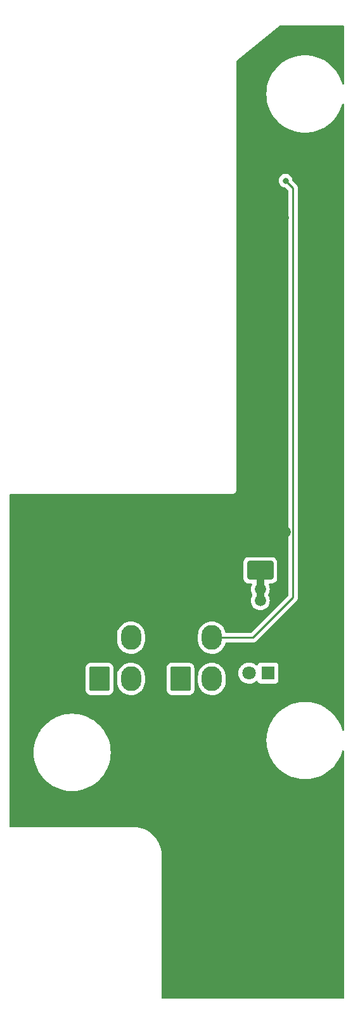
<source format=gbr>
%TF.GenerationSoftware,KiCad,Pcbnew,(6.0.9)*%
%TF.CreationDate,2023-04-01T13:01:52-08:00*%
%TF.ProjectId,GEN TIE PANEL,47454e20-5449-4452-9050-414e454c2e6b,3*%
%TF.SameCoordinates,Original*%
%TF.FileFunction,Copper,L2,Bot*%
%TF.FilePolarity,Positive*%
%FSLAX46Y46*%
G04 Gerber Fmt 4.6, Leading zero omitted, Abs format (unit mm)*
G04 Created by KiCad (PCBNEW (6.0.9)) date 2023-04-01 13:01:52*
%MOMM*%
%LPD*%
G01*
G04 APERTURE LIST*
G04 Aperture macros list*
%AMRoundRect*
0 Rectangle with rounded corners*
0 $1 Rounding radius*
0 $2 $3 $4 $5 $6 $7 $8 $9 X,Y pos of 4 corners*
0 Add a 4 corners polygon primitive as box body*
4,1,4,$2,$3,$4,$5,$6,$7,$8,$9,$2,$3,0*
0 Add four circle primitives for the rounded corners*
1,1,$1+$1,$2,$3*
1,1,$1+$1,$4,$5*
1,1,$1+$1,$6,$7*
1,1,$1+$1,$8,$9*
0 Add four rect primitives between the rounded corners*
20,1,$1+$1,$2,$3,$4,$5,0*
20,1,$1+$1,$4,$5,$6,$7,0*
20,1,$1+$1,$6,$7,$8,$9,0*
20,1,$1+$1,$8,$9,$2,$3,0*%
G04 Aperture macros list end*
%TA.AperFunction,ComponentPad*%
%ADD10RoundRect,0.250001X-1.099999X-1.399999X1.099999X-1.399999X1.099999X1.399999X-1.099999X1.399999X0*%
%TD*%
%TA.AperFunction,ComponentPad*%
%ADD11O,2.700000X3.300000*%
%TD*%
%TA.AperFunction,ComponentPad*%
%ADD12R,1.800000X1.800000*%
%TD*%
%TA.AperFunction,ComponentPad*%
%ADD13C,1.800000*%
%TD*%
%TA.AperFunction,SMDPad,CuDef*%
%ADD14RoundRect,0.250000X1.500000X1.000000X-1.500000X1.000000X-1.500000X-1.000000X1.500000X-1.000000X0*%
%TD*%
%TA.AperFunction,ViaPad*%
%ADD15C,1.500000*%
%TD*%
%TA.AperFunction,ViaPad*%
%ADD16C,0.800000*%
%TD*%
%TA.AperFunction,Conductor*%
%ADD17C,1.000000*%
%TD*%
%TA.AperFunction,Conductor*%
%ADD18C,0.250000*%
%TD*%
G04 APERTURE END LIST*
D10*
%TO.P,J1,1,Pin_1*%
%TO.N,/LED+5V*%
X140462000Y-117348000D03*
D11*
%TO.P,J1,2,Pin_2*%
X144662000Y-117348000D03*
%TO.P,J1,3,Pin_3*%
%TO.N,/LEDGND*%
X140462000Y-111848000D03*
%TO.P,J1,4,Pin_4*%
%TO.N,/DATAIN*%
X144662000Y-111848000D03*
%TD*%
D12*
%TO.P,D10,1,K*%
%TO.N,Net-(D10-Pad1)*%
X152146000Y-116586000D03*
D13*
%TO.P,D10,2,A*%
%TO.N,/LED+5V*%
X149606000Y-116586000D03*
%TD*%
D14*
%TO.P,C10,1*%
%TO.N,/LED+5V*%
X151130000Y-102870000D03*
%TO.P,C10,2*%
%TO.N,/LEDGND*%
X144630000Y-102870000D03*
%TD*%
D10*
%TO.P,J2,1,Pin_1*%
%TO.N,/LED+5V*%
X129658000Y-117348000D03*
D11*
%TO.P,J2,2,Pin_2*%
X133858000Y-117348000D03*
%TO.P,J2,3,Pin_3*%
%TO.N,/LEDGND*%
X129658000Y-111848000D03*
%TO.P,J2,4,Pin_4*%
%TO.N,/DATAOUT*%
X133858000Y-111848000D03*
%TD*%
D15*
%TO.N,/LEDGND*%
X154432000Y-97790000D03*
X155702000Y-114808000D03*
X133350000Y-102362000D03*
X154178000Y-55880000D03*
X161162000Y-55752000D03*
X161303000Y-97777000D03*
X141732000Y-102616000D03*
X144526000Y-106426000D03*
%TO.N,/LED+5V*%
X151130000Y-106934000D03*
X151130000Y-105410000D03*
D16*
%TO.N,/DATAIN*%
X154520000Y-50910000D03*
%TD*%
D17*
%TO.N,/LED+5V*%
X151130000Y-105410000D02*
X151130000Y-106934000D01*
X151130000Y-106934000D02*
X151130000Y-106934000D01*
X151130000Y-102870000D02*
X151130000Y-105410000D01*
D18*
%TO.N,/DATAIN*%
X150162000Y-111848000D02*
X155507001Y-106502999D01*
X155507001Y-51897001D02*
X154520000Y-50910000D01*
X155507001Y-106502999D02*
X155507001Y-51897001D01*
X144662000Y-111848000D02*
X150162000Y-111848000D01*
%TD*%
%TA.AperFunction,Conductor*%
%TO.N,/LEDGND*%
G36*
X162254884Y-30230434D02*
G01*
X162301377Y-30284090D01*
X162312763Y-30336432D01*
X162312763Y-37923296D01*
X162292761Y-37991417D01*
X162239105Y-38037910D01*
X162168831Y-38048014D01*
X162104251Y-38018520D01*
X162066595Y-37961185D01*
X162054649Y-37923296D01*
X161946629Y-37580699D01*
X161774511Y-37165172D01*
X161566834Y-36766227D01*
X161325176Y-36386900D01*
X161323512Y-36384732D01*
X161323504Y-36384720D01*
X161053059Y-36032271D01*
X161051377Y-36030079D01*
X161049519Y-36028051D01*
X161049512Y-36028043D01*
X160749373Y-35700498D01*
X160747522Y-35698478D01*
X160745502Y-35696627D01*
X160417957Y-35396488D01*
X160417949Y-35396481D01*
X160415921Y-35394623D01*
X160413729Y-35392941D01*
X160061280Y-35122496D01*
X160061268Y-35122488D01*
X160059100Y-35120824D01*
X159679773Y-34879166D01*
X159280828Y-34671489D01*
X158865301Y-34499371D01*
X158538879Y-34396451D01*
X158438977Y-34364952D01*
X158438970Y-34364950D01*
X158436353Y-34364125D01*
X158352375Y-34345507D01*
X157999949Y-34267376D01*
X157999946Y-34267375D01*
X157997251Y-34266778D01*
X157994521Y-34266419D01*
X157994512Y-34266417D01*
X157774293Y-34237425D01*
X157551335Y-34208072D01*
X157282544Y-34196337D01*
X157218952Y-34193560D01*
X157218947Y-34193560D01*
X157217575Y-34193500D01*
X156986425Y-34193500D01*
X156985053Y-34193560D01*
X156985048Y-34193560D01*
X156921456Y-34196337D01*
X156652665Y-34208072D01*
X156429707Y-34237425D01*
X156209488Y-34266417D01*
X156209479Y-34266419D01*
X156206749Y-34266778D01*
X156204054Y-34267375D01*
X156204051Y-34267376D01*
X155851625Y-34345507D01*
X155767647Y-34364125D01*
X155765030Y-34364950D01*
X155765023Y-34364952D01*
X155665121Y-34396451D01*
X155338699Y-34499371D01*
X154923172Y-34671489D01*
X154524227Y-34879166D01*
X154144900Y-35120824D01*
X154142732Y-35122488D01*
X154142720Y-35122496D01*
X153790271Y-35392941D01*
X153788079Y-35394623D01*
X153786051Y-35396481D01*
X153786043Y-35396488D01*
X153458498Y-35696627D01*
X153456478Y-35698478D01*
X153454627Y-35700498D01*
X153154488Y-36028043D01*
X153154481Y-36028051D01*
X153152623Y-36030079D01*
X153150941Y-36032271D01*
X152880496Y-36384720D01*
X152880488Y-36384732D01*
X152878824Y-36386900D01*
X152637166Y-36766227D01*
X152429489Y-37165172D01*
X152257371Y-37580699D01*
X152122125Y-38009647D01*
X152024778Y-38448749D01*
X151966072Y-38894665D01*
X151946454Y-39344000D01*
X151966072Y-39793335D01*
X152024778Y-40239251D01*
X152122125Y-40678353D01*
X152257371Y-41107301D01*
X152429489Y-41522828D01*
X152637166Y-41921773D01*
X152878824Y-42301100D01*
X152880488Y-42303268D01*
X152880496Y-42303280D01*
X153150941Y-42655729D01*
X153152623Y-42657921D01*
X153154481Y-42659949D01*
X153154488Y-42659957D01*
X153454627Y-42987502D01*
X153456478Y-42989522D01*
X153458498Y-42991373D01*
X153786043Y-43291512D01*
X153786051Y-43291519D01*
X153788079Y-43293377D01*
X153790271Y-43295059D01*
X154142720Y-43565504D01*
X154142732Y-43565512D01*
X154144900Y-43567176D01*
X154524227Y-43808834D01*
X154923172Y-44016511D01*
X155338699Y-44188629D01*
X155612062Y-44274820D01*
X155765023Y-44323048D01*
X155765030Y-44323050D01*
X155767647Y-44323875D01*
X155770332Y-44324470D01*
X155770331Y-44324470D01*
X156204051Y-44420624D01*
X156204054Y-44420625D01*
X156206749Y-44421222D01*
X156209479Y-44421581D01*
X156209488Y-44421583D01*
X156429707Y-44450575D01*
X156652665Y-44479928D01*
X156921456Y-44491663D01*
X156985048Y-44494440D01*
X156985053Y-44494440D01*
X156986425Y-44494500D01*
X157217575Y-44494500D01*
X157218947Y-44494440D01*
X157218952Y-44494440D01*
X157282544Y-44491663D01*
X157551335Y-44479928D01*
X157774293Y-44450575D01*
X157994512Y-44421583D01*
X157994521Y-44421581D01*
X157997251Y-44421222D01*
X157999946Y-44420625D01*
X157999949Y-44420624D01*
X158433669Y-44324470D01*
X158433668Y-44324470D01*
X158436353Y-44323875D01*
X158438970Y-44323050D01*
X158438977Y-44323048D01*
X158591938Y-44274820D01*
X158865301Y-44188629D01*
X159280828Y-44016511D01*
X159679773Y-43808834D01*
X160059100Y-43567176D01*
X160061268Y-43565512D01*
X160061280Y-43565504D01*
X160413729Y-43295059D01*
X160415921Y-43293377D01*
X160417949Y-43291519D01*
X160417957Y-43291512D01*
X160745502Y-42991373D01*
X160747522Y-42989522D01*
X160749373Y-42987502D01*
X161049512Y-42659957D01*
X161049519Y-42659949D01*
X161051377Y-42657921D01*
X161053059Y-42655729D01*
X161323504Y-42303280D01*
X161323512Y-42303268D01*
X161325176Y-42301100D01*
X161566834Y-41921773D01*
X161774511Y-41522828D01*
X161946629Y-41107301D01*
X162066595Y-40726815D01*
X162106155Y-40667862D01*
X162171308Y-40639655D01*
X162241368Y-40651151D01*
X162294091Y-40698699D01*
X162312763Y-40764704D01*
X162312763Y-124121580D01*
X162292761Y-124189701D01*
X162239105Y-124236194D01*
X162168831Y-124246298D01*
X162104251Y-124216804D01*
X162066595Y-124159469D01*
X162054649Y-124121580D01*
X161956629Y-123810699D01*
X161784511Y-123395172D01*
X161576834Y-122996227D01*
X161335176Y-122616900D01*
X161333512Y-122614732D01*
X161333504Y-122614720D01*
X161063059Y-122262271D01*
X161061377Y-122260079D01*
X161059519Y-122258051D01*
X161059512Y-122258043D01*
X160759373Y-121930498D01*
X160757522Y-121928478D01*
X160755502Y-121926627D01*
X160427957Y-121626488D01*
X160427949Y-121626481D01*
X160425921Y-121624623D01*
X160423729Y-121622941D01*
X160071280Y-121352496D01*
X160071268Y-121352488D01*
X160069100Y-121350824D01*
X159689773Y-121109166D01*
X159290828Y-120901489D01*
X158875301Y-120729371D01*
X158601938Y-120643180D01*
X158448977Y-120594952D01*
X158448970Y-120594950D01*
X158446353Y-120594125D01*
X158362375Y-120575507D01*
X158009949Y-120497376D01*
X158009946Y-120497375D01*
X158007251Y-120496778D01*
X158004521Y-120496419D01*
X158004512Y-120496417D01*
X157784293Y-120467425D01*
X157561335Y-120438072D01*
X157292544Y-120426337D01*
X157228952Y-120423560D01*
X157228947Y-120423560D01*
X157227575Y-120423500D01*
X156996425Y-120423500D01*
X156995053Y-120423560D01*
X156995048Y-120423560D01*
X156931456Y-120426337D01*
X156662665Y-120438072D01*
X156439707Y-120467425D01*
X156219488Y-120496417D01*
X156219479Y-120496419D01*
X156216749Y-120496778D01*
X156214054Y-120497375D01*
X156214051Y-120497376D01*
X155861625Y-120575507D01*
X155777647Y-120594125D01*
X155775030Y-120594950D01*
X155775023Y-120594952D01*
X155622062Y-120643180D01*
X155348699Y-120729371D01*
X154933172Y-120901489D01*
X154534227Y-121109166D01*
X154154900Y-121350824D01*
X154152732Y-121352488D01*
X154152720Y-121352496D01*
X153800271Y-121622941D01*
X153798079Y-121624623D01*
X153796051Y-121626481D01*
X153796043Y-121626488D01*
X153468498Y-121926627D01*
X153466478Y-121928478D01*
X153464627Y-121930498D01*
X153164488Y-122258043D01*
X153164481Y-122258051D01*
X153162623Y-122260079D01*
X153160941Y-122262271D01*
X152890496Y-122614720D01*
X152890488Y-122614732D01*
X152888824Y-122616900D01*
X152647166Y-122996227D01*
X152439489Y-123395172D01*
X152267371Y-123810699D01*
X152181180Y-124084062D01*
X152133214Y-124236194D01*
X152132125Y-124239647D01*
X152034778Y-124678749D01*
X151976072Y-125124665D01*
X151956454Y-125574000D01*
X151976072Y-126023335D01*
X152034778Y-126469251D01*
X152132125Y-126908353D01*
X152267371Y-127337301D01*
X152439489Y-127752828D01*
X152647166Y-128151773D01*
X152648647Y-128154097D01*
X152869634Y-128500977D01*
X152888824Y-128531100D01*
X152890488Y-128533268D01*
X152890496Y-128533280D01*
X153160941Y-128885729D01*
X153162623Y-128887921D01*
X153164481Y-128889949D01*
X153164488Y-128889957D01*
X153201036Y-128929842D01*
X153466478Y-129219522D01*
X153468498Y-129221373D01*
X153796043Y-129521512D01*
X153796051Y-129521519D01*
X153798079Y-129523377D01*
X153800271Y-129525059D01*
X154152720Y-129795504D01*
X154152732Y-129795512D01*
X154154900Y-129797176D01*
X154534227Y-130038834D01*
X154933172Y-130246511D01*
X155348699Y-130418629D01*
X155543208Y-130479957D01*
X155775023Y-130553048D01*
X155775030Y-130553050D01*
X155777647Y-130553875D01*
X155780332Y-130554470D01*
X155780331Y-130554470D01*
X156214051Y-130650624D01*
X156214054Y-130650625D01*
X156216749Y-130651222D01*
X156219479Y-130651581D01*
X156219488Y-130651583D01*
X156439707Y-130680575D01*
X156662665Y-130709928D01*
X156931456Y-130721663D01*
X156995048Y-130724440D01*
X156995053Y-130724440D01*
X156996425Y-130724500D01*
X157227575Y-130724500D01*
X157228947Y-130724440D01*
X157228952Y-130724440D01*
X157292544Y-130721663D01*
X157561335Y-130709928D01*
X157784293Y-130680575D01*
X158004512Y-130651583D01*
X158004521Y-130651581D01*
X158007251Y-130651222D01*
X158009946Y-130650625D01*
X158009949Y-130650624D01*
X158443669Y-130554470D01*
X158443668Y-130554470D01*
X158446353Y-130553875D01*
X158448970Y-130553050D01*
X158448977Y-130553048D01*
X158680792Y-130479957D01*
X158875301Y-130418629D01*
X159290828Y-130246511D01*
X159689773Y-130038834D01*
X160069100Y-129797176D01*
X160071268Y-129795512D01*
X160071280Y-129795504D01*
X160423729Y-129525059D01*
X160425921Y-129523377D01*
X160427949Y-129521519D01*
X160427957Y-129521512D01*
X160755502Y-129221373D01*
X160757522Y-129219522D01*
X161022964Y-128929842D01*
X161059512Y-128889957D01*
X161059519Y-128889949D01*
X161061377Y-128887921D01*
X161063059Y-128885729D01*
X161333504Y-128533280D01*
X161333512Y-128533268D01*
X161335176Y-128531100D01*
X161354367Y-128500977D01*
X161575353Y-128154097D01*
X161576834Y-128151773D01*
X161784511Y-127752828D01*
X161956629Y-127337301D01*
X162066595Y-126988531D01*
X162106155Y-126929578D01*
X162171308Y-126901371D01*
X162241368Y-126912867D01*
X162294091Y-126960415D01*
X162312763Y-127026420D01*
X162312763Y-159877432D01*
X162292761Y-159945553D01*
X162239105Y-159992046D01*
X162186763Y-160003432D01*
X138055763Y-160003432D01*
X137987642Y-159983430D01*
X137941149Y-159929774D01*
X137929763Y-159877432D01*
X137929763Y-140880181D01*
X137931510Y-140859274D01*
X137934030Y-140844295D01*
X137934839Y-140839489D01*
X137934992Y-140826937D01*
X137934301Y-140822113D01*
X137934070Y-140818563D01*
X137933514Y-140812760D01*
X137916607Y-140468544D01*
X137916607Y-140468539D01*
X137916455Y-140465454D01*
X137863353Y-140107451D01*
X137775416Y-139756377D01*
X137653491Y-139415614D01*
X137652175Y-139412831D01*
X137652171Y-139412822D01*
X137500077Y-139091244D01*
X137498752Y-139088442D01*
X137481152Y-139059077D01*
X137314278Y-138780663D01*
X137314272Y-138780653D01*
X137312689Y-138778013D01*
X137097094Y-138487316D01*
X136854044Y-138219152D01*
X136585879Y-137976102D01*
X136521984Y-137928714D01*
X136297667Y-137762351D01*
X136295182Y-137760508D01*
X136292542Y-137758925D01*
X136292532Y-137758919D01*
X135987409Y-137576037D01*
X135984753Y-137574445D01*
X135657581Y-137419707D01*
X135316817Y-137297782D01*
X134965743Y-137209846D01*
X134962689Y-137209393D01*
X134962684Y-137209392D01*
X134610802Y-137157199D01*
X134610801Y-137157199D01*
X134607741Y-137156745D01*
X134604656Y-137156593D01*
X134604651Y-137156593D01*
X134459208Y-137149449D01*
X134276708Y-137140485D01*
X134268453Y-137139591D01*
X134268452Y-137139598D01*
X134263613Y-137139164D01*
X134258809Y-137138356D01*
X134252364Y-137138277D01*
X134251116Y-137138262D01*
X134251113Y-137138262D01*
X134246257Y-137138203D01*
X134241449Y-137138892D01*
X134241443Y-137138892D01*
X134218636Y-137142159D01*
X134200772Y-137143432D01*
X117735763Y-137143432D01*
X117667642Y-137123430D01*
X117621149Y-137069774D01*
X117609763Y-137017432D01*
X117609763Y-127164000D01*
X120836454Y-127164000D01*
X120856072Y-127613335D01*
X120914778Y-128059251D01*
X121012125Y-128498353D01*
X121147371Y-128927301D01*
X121319489Y-129342828D01*
X121527166Y-129741773D01*
X121768824Y-130121100D01*
X121770488Y-130123268D01*
X121770496Y-130123280D01*
X121997762Y-130419457D01*
X122042623Y-130477921D01*
X122044481Y-130479949D01*
X122044488Y-130479957D01*
X122255217Y-130709928D01*
X122346478Y-130809522D01*
X122348498Y-130811373D01*
X122676043Y-131111512D01*
X122676051Y-131111519D01*
X122678079Y-131113377D01*
X122680271Y-131115059D01*
X123032720Y-131385504D01*
X123032732Y-131385512D01*
X123034900Y-131387176D01*
X123414227Y-131628834D01*
X123813172Y-131836511D01*
X124228699Y-132008629D01*
X124502062Y-132094820D01*
X124655023Y-132143048D01*
X124655030Y-132143050D01*
X124657647Y-132143875D01*
X124660332Y-132144470D01*
X124660331Y-132144470D01*
X125094051Y-132240624D01*
X125094054Y-132240625D01*
X125096749Y-132241222D01*
X125099479Y-132241581D01*
X125099488Y-132241583D01*
X125319707Y-132270575D01*
X125542665Y-132299928D01*
X125811456Y-132311663D01*
X125875048Y-132314440D01*
X125875053Y-132314440D01*
X125876425Y-132314500D01*
X126107575Y-132314500D01*
X126108947Y-132314440D01*
X126108952Y-132314440D01*
X126172544Y-132311663D01*
X126441335Y-132299928D01*
X126664293Y-132270575D01*
X126884512Y-132241583D01*
X126884521Y-132241581D01*
X126887251Y-132241222D01*
X126889946Y-132240625D01*
X126889949Y-132240624D01*
X127323669Y-132144470D01*
X127323668Y-132144470D01*
X127326353Y-132143875D01*
X127328970Y-132143050D01*
X127328977Y-132143048D01*
X127481938Y-132094820D01*
X127755301Y-132008629D01*
X128170828Y-131836511D01*
X128569773Y-131628834D01*
X128949100Y-131387176D01*
X128951268Y-131385512D01*
X128951280Y-131385504D01*
X129303729Y-131115059D01*
X129305921Y-131113377D01*
X129307949Y-131111519D01*
X129307957Y-131111512D01*
X129635502Y-130811373D01*
X129637522Y-130809522D01*
X129728783Y-130709928D01*
X129939512Y-130479957D01*
X129939519Y-130479949D01*
X129941377Y-130477921D01*
X129986238Y-130419457D01*
X130213504Y-130123280D01*
X130213512Y-130123268D01*
X130215176Y-130121100D01*
X130456834Y-129741773D01*
X130664511Y-129342828D01*
X130836629Y-128927301D01*
X130971875Y-128498353D01*
X131069222Y-128059251D01*
X131127928Y-127613335D01*
X131147546Y-127164000D01*
X131127928Y-126714665D01*
X131069222Y-126268749D01*
X130971875Y-125829647D01*
X130836629Y-125400699D01*
X130664511Y-124985172D01*
X130456834Y-124586227D01*
X130236038Y-124239647D01*
X130216651Y-124209215D01*
X130216649Y-124209212D01*
X130215176Y-124206900D01*
X130213512Y-124204732D01*
X130213504Y-124204720D01*
X129943059Y-123852271D01*
X129941377Y-123850079D01*
X129939519Y-123848051D01*
X129939512Y-123848043D01*
X129639373Y-123520498D01*
X129637522Y-123518478D01*
X129500287Y-123392726D01*
X129307957Y-123216488D01*
X129307949Y-123216481D01*
X129305921Y-123214623D01*
X129303729Y-123212941D01*
X128951280Y-122942496D01*
X128951268Y-122942488D01*
X128949100Y-122940824D01*
X128569773Y-122699166D01*
X128170828Y-122491489D01*
X127755301Y-122319371D01*
X127481938Y-122233180D01*
X127328977Y-122184952D01*
X127328970Y-122184950D01*
X127326353Y-122184125D01*
X127242375Y-122165507D01*
X126889949Y-122087376D01*
X126889946Y-122087375D01*
X126887251Y-122086778D01*
X126884521Y-122086419D01*
X126884512Y-122086417D01*
X126664293Y-122057425D01*
X126441335Y-122028072D01*
X126172544Y-122016337D01*
X126108952Y-122013560D01*
X126108947Y-122013560D01*
X126107575Y-122013500D01*
X125876425Y-122013500D01*
X125875053Y-122013560D01*
X125875048Y-122013560D01*
X125811456Y-122016337D01*
X125542665Y-122028072D01*
X125319707Y-122057425D01*
X125099488Y-122086417D01*
X125099479Y-122086419D01*
X125096749Y-122086778D01*
X125094054Y-122087375D01*
X125094051Y-122087376D01*
X124741625Y-122165507D01*
X124657647Y-122184125D01*
X124655030Y-122184950D01*
X124655023Y-122184952D01*
X124502062Y-122233180D01*
X124228699Y-122319371D01*
X123813172Y-122491489D01*
X123414227Y-122699166D01*
X123034900Y-122940824D01*
X123032732Y-122942488D01*
X123032720Y-122942496D01*
X122680271Y-123212941D01*
X122678079Y-123214623D01*
X122676051Y-123216481D01*
X122676043Y-123216488D01*
X122483713Y-123392726D01*
X122346478Y-123518478D01*
X122344627Y-123520498D01*
X122044488Y-123848043D01*
X122044481Y-123848051D01*
X122042623Y-123850079D01*
X122040941Y-123852271D01*
X121770496Y-124204720D01*
X121770488Y-124204732D01*
X121768824Y-124206900D01*
X121767351Y-124209212D01*
X121767349Y-124209215D01*
X121747962Y-124239647D01*
X121527166Y-124586227D01*
X121319489Y-124985172D01*
X121147371Y-125400699D01*
X121012125Y-125829647D01*
X120914778Y-126268749D01*
X120856072Y-126714665D01*
X120836454Y-127164000D01*
X117609763Y-127164000D01*
X117609763Y-118798400D01*
X127799500Y-118798400D01*
X127799837Y-118801646D01*
X127799837Y-118801650D01*
X127807878Y-118879141D01*
X127810474Y-118904165D01*
X127866450Y-119071945D01*
X127959522Y-119222348D01*
X128084697Y-119347305D01*
X128090927Y-119351145D01*
X128090928Y-119351146D01*
X128228090Y-119435694D01*
X128235262Y-119440115D01*
X128315005Y-119466564D01*
X128396611Y-119493632D01*
X128396613Y-119493632D01*
X128403139Y-119495797D01*
X128409975Y-119496497D01*
X128409978Y-119496498D01*
X128453031Y-119500909D01*
X128507600Y-119506500D01*
X130808400Y-119506500D01*
X130811646Y-119506163D01*
X130811650Y-119506163D01*
X130907307Y-119496238D01*
X130907311Y-119496237D01*
X130914165Y-119495526D01*
X130920701Y-119493345D01*
X130920703Y-119493345D01*
X131061689Y-119446308D01*
X131081945Y-119439550D01*
X131232348Y-119346478D01*
X131357305Y-119221303D01*
X131361146Y-119215072D01*
X131446275Y-119076968D01*
X131446276Y-119076966D01*
X131450115Y-119070738D01*
X131505797Y-118902861D01*
X131508228Y-118879141D01*
X131510909Y-118852969D01*
X131516500Y-118798400D01*
X131516500Y-117716512D01*
X131999500Y-117716512D01*
X131999665Y-117718780D01*
X131999665Y-117718792D01*
X132001660Y-117746281D01*
X132014047Y-117917004D01*
X132015031Y-117921459D01*
X132015031Y-117921462D01*
X132053196Y-118094322D01*
X132072194Y-118180372D01*
X132073812Y-118184642D01*
X132139944Y-118359194D01*
X132167750Y-118432588D01*
X132298714Y-118668368D01*
X132301486Y-118672000D01*
X132415608Y-118821535D01*
X132462343Y-118882773D01*
X132465609Y-118885966D01*
X132465611Y-118885968D01*
X132490914Y-118910703D01*
X132655208Y-119071312D01*
X132873270Y-119230034D01*
X132973031Y-119282521D01*
X133107921Y-119353490D01*
X133107927Y-119353493D01*
X133111961Y-119355615D01*
X133116266Y-119357135D01*
X133116270Y-119357137D01*
X133349643Y-119439550D01*
X133366280Y-119445425D01*
X133494032Y-119470605D01*
X133626428Y-119496700D01*
X133626434Y-119496701D01*
X133630900Y-119497581D01*
X133635453Y-119497808D01*
X133635456Y-119497808D01*
X133895708Y-119510764D01*
X133895714Y-119510764D01*
X133900277Y-119510991D01*
X134168769Y-119485375D01*
X134173203Y-119484290D01*
X134173209Y-119484289D01*
X134426312Y-119422355D01*
X134430750Y-119421269D01*
X134680733Y-119320015D01*
X134913482Y-119183735D01*
X135124119Y-119015284D01*
X135308234Y-118818191D01*
X135321963Y-118798400D01*
X138603500Y-118798400D01*
X138603837Y-118801646D01*
X138603837Y-118801650D01*
X138611878Y-118879141D01*
X138614474Y-118904165D01*
X138670450Y-119071945D01*
X138763522Y-119222348D01*
X138888697Y-119347305D01*
X138894927Y-119351145D01*
X138894928Y-119351146D01*
X139032090Y-119435694D01*
X139039262Y-119440115D01*
X139119005Y-119466564D01*
X139200611Y-119493632D01*
X139200613Y-119493632D01*
X139207139Y-119495797D01*
X139213975Y-119496497D01*
X139213978Y-119496498D01*
X139257031Y-119500909D01*
X139311600Y-119506500D01*
X141612400Y-119506500D01*
X141615646Y-119506163D01*
X141615650Y-119506163D01*
X141711307Y-119496238D01*
X141711311Y-119496237D01*
X141718165Y-119495526D01*
X141724701Y-119493345D01*
X141724703Y-119493345D01*
X141865689Y-119446308D01*
X141885945Y-119439550D01*
X142036348Y-119346478D01*
X142161305Y-119221303D01*
X142165146Y-119215072D01*
X142250275Y-119076968D01*
X142250276Y-119076966D01*
X142254115Y-119070738D01*
X142309797Y-118902861D01*
X142312228Y-118879141D01*
X142314909Y-118852969D01*
X142320500Y-118798400D01*
X142320500Y-117716512D01*
X142803500Y-117716512D01*
X142803665Y-117718780D01*
X142803665Y-117718792D01*
X142805660Y-117746281D01*
X142818047Y-117917004D01*
X142819031Y-117921459D01*
X142819031Y-117921462D01*
X142857196Y-118094322D01*
X142876194Y-118180372D01*
X142877812Y-118184642D01*
X142943944Y-118359194D01*
X142971750Y-118432588D01*
X143102714Y-118668368D01*
X143105486Y-118672000D01*
X143219608Y-118821535D01*
X143266343Y-118882773D01*
X143269609Y-118885966D01*
X143269611Y-118885968D01*
X143294914Y-118910703D01*
X143459208Y-119071312D01*
X143677270Y-119230034D01*
X143777031Y-119282521D01*
X143911921Y-119353490D01*
X143911927Y-119353493D01*
X143915961Y-119355615D01*
X143920266Y-119357135D01*
X143920270Y-119357137D01*
X144153643Y-119439550D01*
X144170280Y-119445425D01*
X144298032Y-119470605D01*
X144430428Y-119496700D01*
X144430434Y-119496701D01*
X144434900Y-119497581D01*
X144439453Y-119497808D01*
X144439456Y-119497808D01*
X144699708Y-119510764D01*
X144699714Y-119510764D01*
X144704277Y-119510991D01*
X144972769Y-119485375D01*
X144977203Y-119484290D01*
X144977209Y-119484289D01*
X145230312Y-119422355D01*
X145234750Y-119421269D01*
X145484733Y-119320015D01*
X145717482Y-119183735D01*
X145928119Y-119015284D01*
X146112234Y-118818191D01*
X146265968Y-118596584D01*
X146386101Y-118355106D01*
X146470118Y-118098814D01*
X146470898Y-118094322D01*
X146515601Y-117836860D01*
X146515602Y-117836852D01*
X146516257Y-117833079D01*
X146520500Y-117747851D01*
X146520500Y-116979488D01*
X146505953Y-116778996D01*
X146504969Y-116774538D01*
X146455719Y-116551469D01*
X148193095Y-116551469D01*
X148206427Y-116782697D01*
X148207564Y-116787743D01*
X148207565Y-116787749D01*
X148223654Y-116859140D01*
X148257346Y-117008642D01*
X148344484Y-117223237D01*
X148465501Y-117420719D01*
X148617147Y-117595784D01*
X148795349Y-117743730D01*
X148995322Y-117860584D01*
X149211694Y-117943209D01*
X149216760Y-117944240D01*
X149216761Y-117944240D01*
X149269846Y-117955040D01*
X149438656Y-117989385D01*
X149568089Y-117994131D01*
X149664949Y-117997683D01*
X149664953Y-117997683D01*
X149670113Y-117997872D01*
X149675233Y-117997216D01*
X149675235Y-117997216D01*
X149749166Y-117987745D01*
X149899847Y-117968442D01*
X149904795Y-117966957D01*
X149904802Y-117966956D01*
X150116747Y-117903369D01*
X150121690Y-117901886D01*
X150202236Y-117862427D01*
X150325049Y-117802262D01*
X150325052Y-117802260D01*
X150329684Y-117799991D01*
X150518243Y-117665494D01*
X150563309Y-117620585D01*
X150625681Y-117586669D01*
X150696487Y-117591857D01*
X150753249Y-117634503D01*
X150770231Y-117665607D01*
X150789315Y-117716512D01*
X150795385Y-117732705D01*
X150882739Y-117849261D01*
X150999295Y-117936615D01*
X151135684Y-117987745D01*
X151197866Y-117994500D01*
X153094134Y-117994500D01*
X153156316Y-117987745D01*
X153292705Y-117936615D01*
X153409261Y-117849261D01*
X153496615Y-117732705D01*
X153547745Y-117596316D01*
X153554500Y-117534134D01*
X153554500Y-115637866D01*
X153547745Y-115575684D01*
X153496615Y-115439295D01*
X153409261Y-115322739D01*
X153292705Y-115235385D01*
X153156316Y-115184255D01*
X153094134Y-115177500D01*
X151197866Y-115177500D01*
X151135684Y-115184255D01*
X150999295Y-115235385D01*
X150882739Y-115322739D01*
X150795385Y-115439295D01*
X150792233Y-115447703D01*
X150792232Y-115447705D01*
X150771538Y-115502906D01*
X150728897Y-115559671D01*
X150662335Y-115584371D01*
X150592986Y-115569164D01*
X150570167Y-115552666D01*
X150569887Y-115552358D01*
X150522733Y-115515118D01*
X150392177Y-115412011D01*
X150392172Y-115412008D01*
X150388123Y-115408810D01*
X150383607Y-115406317D01*
X150383604Y-115406315D01*
X150189879Y-115299373D01*
X150189875Y-115299371D01*
X150185355Y-115296876D01*
X150180486Y-115295152D01*
X150180482Y-115295150D01*
X149971903Y-115221288D01*
X149971899Y-115221287D01*
X149967028Y-115219562D01*
X149961935Y-115218655D01*
X149961932Y-115218654D01*
X149744095Y-115179851D01*
X149744089Y-115179850D01*
X149739006Y-115178945D01*
X149666096Y-115178054D01*
X149512581Y-115176179D01*
X149512579Y-115176179D01*
X149507411Y-115176116D01*
X149278464Y-115211150D01*
X149058314Y-115283106D01*
X149053726Y-115285494D01*
X149053722Y-115285496D01*
X148875459Y-115378294D01*
X148852872Y-115390052D01*
X148848739Y-115393155D01*
X148848736Y-115393157D01*
X148671790Y-115526012D01*
X148667655Y-115529117D01*
X148664083Y-115532855D01*
X148570291Y-115631003D01*
X148507639Y-115696564D01*
X148377119Y-115887899D01*
X148279602Y-116097981D01*
X148217707Y-116321169D01*
X148193095Y-116551469D01*
X146455719Y-116551469D01*
X146448791Y-116520088D01*
X146448790Y-116520084D01*
X146447806Y-116515628D01*
X146400028Y-116389520D01*
X146353868Y-116267682D01*
X146353867Y-116267679D01*
X146352250Y-116263412D01*
X146221286Y-116027632D01*
X146111382Y-115883623D01*
X146060429Y-115816859D01*
X146060428Y-115816858D01*
X146057657Y-115813227D01*
X146030431Y-115786611D01*
X145925523Y-115684057D01*
X145864792Y-115624688D01*
X145646730Y-115465966D01*
X145533352Y-115406315D01*
X145412079Y-115342510D01*
X145412073Y-115342507D01*
X145408039Y-115340385D01*
X145403734Y-115338865D01*
X145403730Y-115338863D01*
X145158033Y-115252098D01*
X145158032Y-115252098D01*
X145153720Y-115250575D01*
X144991765Y-115218654D01*
X144893572Y-115199300D01*
X144893566Y-115199299D01*
X144889100Y-115198419D01*
X144884547Y-115198192D01*
X144884544Y-115198192D01*
X144624292Y-115185236D01*
X144624286Y-115185236D01*
X144619723Y-115185009D01*
X144351231Y-115210625D01*
X144346797Y-115211710D01*
X144346791Y-115211711D01*
X144148200Y-115260306D01*
X144089250Y-115274731D01*
X143839267Y-115375985D01*
X143606518Y-115512265D01*
X143395881Y-115680716D01*
X143211766Y-115877809D01*
X143058032Y-116099416D01*
X142937899Y-116340894D01*
X142936478Y-116345228D01*
X142936477Y-116345231D01*
X142867179Y-116556625D01*
X142853882Y-116597186D01*
X142853102Y-116601677D01*
X142853102Y-116601678D01*
X142821525Y-116783547D01*
X142807743Y-116862921D01*
X142803500Y-116948149D01*
X142803500Y-117716512D01*
X142320500Y-117716512D01*
X142320500Y-115897600D01*
X142319980Y-115892587D01*
X142310238Y-115798693D01*
X142310237Y-115798689D01*
X142309526Y-115791835D01*
X142253550Y-115624055D01*
X142160478Y-115473652D01*
X142035303Y-115348695D01*
X141984465Y-115317358D01*
X141890968Y-115259725D01*
X141890966Y-115259724D01*
X141884738Y-115255885D01*
X141775227Y-115219562D01*
X141723389Y-115202368D01*
X141723387Y-115202368D01*
X141716861Y-115200203D01*
X141710025Y-115199503D01*
X141710022Y-115199502D01*
X141666969Y-115195091D01*
X141612400Y-115189500D01*
X139311600Y-115189500D01*
X139308354Y-115189837D01*
X139308350Y-115189837D01*
X139212693Y-115199762D01*
X139212689Y-115199763D01*
X139205835Y-115200474D01*
X139199299Y-115202655D01*
X139199297Y-115202655D01*
X139067195Y-115246728D01*
X139038055Y-115256450D01*
X138887652Y-115349522D01*
X138762695Y-115474697D01*
X138758855Y-115480927D01*
X138758854Y-115480928D01*
X138695091Y-115584371D01*
X138669885Y-115625262D01*
X138614203Y-115793139D01*
X138613503Y-115799975D01*
X138613502Y-115799978D01*
X138609091Y-115843031D01*
X138603500Y-115897600D01*
X138603500Y-118798400D01*
X135321963Y-118798400D01*
X135461968Y-118596584D01*
X135582101Y-118355106D01*
X135666118Y-118098814D01*
X135666898Y-118094322D01*
X135711601Y-117836860D01*
X135711602Y-117836852D01*
X135712257Y-117833079D01*
X135716500Y-117747851D01*
X135716500Y-116979488D01*
X135701953Y-116778996D01*
X135700969Y-116774538D01*
X135644791Y-116520088D01*
X135644790Y-116520084D01*
X135643806Y-116515628D01*
X135596028Y-116389520D01*
X135549868Y-116267682D01*
X135549867Y-116267679D01*
X135548250Y-116263412D01*
X135417286Y-116027632D01*
X135307382Y-115883623D01*
X135256429Y-115816859D01*
X135256428Y-115816858D01*
X135253657Y-115813227D01*
X135226431Y-115786611D01*
X135121523Y-115684057D01*
X135060792Y-115624688D01*
X134842730Y-115465966D01*
X134729352Y-115406315D01*
X134608079Y-115342510D01*
X134608073Y-115342507D01*
X134604039Y-115340385D01*
X134599734Y-115338865D01*
X134599730Y-115338863D01*
X134354033Y-115252098D01*
X134354032Y-115252098D01*
X134349720Y-115250575D01*
X134187765Y-115218654D01*
X134089572Y-115199300D01*
X134089566Y-115199299D01*
X134085100Y-115198419D01*
X134080547Y-115198192D01*
X134080544Y-115198192D01*
X133820292Y-115185236D01*
X133820286Y-115185236D01*
X133815723Y-115185009D01*
X133547231Y-115210625D01*
X133542797Y-115211710D01*
X133542791Y-115211711D01*
X133344200Y-115260306D01*
X133285250Y-115274731D01*
X133035267Y-115375985D01*
X132802518Y-115512265D01*
X132591881Y-115680716D01*
X132407766Y-115877809D01*
X132254032Y-116099416D01*
X132133899Y-116340894D01*
X132132478Y-116345228D01*
X132132477Y-116345231D01*
X132063179Y-116556625D01*
X132049882Y-116597186D01*
X132049102Y-116601677D01*
X132049102Y-116601678D01*
X132017525Y-116783547D01*
X132003743Y-116862921D01*
X131999500Y-116948149D01*
X131999500Y-117716512D01*
X131516500Y-117716512D01*
X131516500Y-115897600D01*
X131515980Y-115892587D01*
X131506238Y-115798693D01*
X131506237Y-115798689D01*
X131505526Y-115791835D01*
X131449550Y-115624055D01*
X131356478Y-115473652D01*
X131231303Y-115348695D01*
X131180465Y-115317358D01*
X131086968Y-115259725D01*
X131086966Y-115259724D01*
X131080738Y-115255885D01*
X130971227Y-115219562D01*
X130919389Y-115202368D01*
X130919387Y-115202368D01*
X130912861Y-115200203D01*
X130906025Y-115199503D01*
X130906022Y-115199502D01*
X130862969Y-115195091D01*
X130808400Y-115189500D01*
X128507600Y-115189500D01*
X128504354Y-115189837D01*
X128504350Y-115189837D01*
X128408693Y-115199762D01*
X128408689Y-115199763D01*
X128401835Y-115200474D01*
X128395299Y-115202655D01*
X128395297Y-115202655D01*
X128263195Y-115246728D01*
X128234055Y-115256450D01*
X128083652Y-115349522D01*
X127958695Y-115474697D01*
X127954855Y-115480927D01*
X127954854Y-115480928D01*
X127891091Y-115584371D01*
X127865885Y-115625262D01*
X127810203Y-115793139D01*
X127809503Y-115799975D01*
X127809502Y-115799978D01*
X127805091Y-115843031D01*
X127799500Y-115897600D01*
X127799500Y-118798400D01*
X117609763Y-118798400D01*
X117609763Y-112216512D01*
X131999500Y-112216512D01*
X131999665Y-112218780D01*
X131999665Y-112218792D01*
X132006092Y-112307366D01*
X132014047Y-112417004D01*
X132015031Y-112421459D01*
X132015031Y-112421462D01*
X132053196Y-112594322D01*
X132072194Y-112680372D01*
X132073812Y-112684642D01*
X132139944Y-112859194D01*
X132167750Y-112932588D01*
X132298714Y-113168368D01*
X132301486Y-113172000D01*
X132415608Y-113321535D01*
X132462343Y-113382773D01*
X132655208Y-113571312D01*
X132873270Y-113730034D01*
X132973031Y-113782521D01*
X133107921Y-113853490D01*
X133107927Y-113853493D01*
X133111961Y-113855615D01*
X133116266Y-113857135D01*
X133116270Y-113857137D01*
X133361967Y-113943902D01*
X133366280Y-113945425D01*
X133494032Y-113970605D01*
X133626428Y-113996700D01*
X133626434Y-113996701D01*
X133630900Y-113997581D01*
X133635453Y-113997808D01*
X133635456Y-113997808D01*
X133895708Y-114010764D01*
X133895714Y-114010764D01*
X133900277Y-114010991D01*
X134168769Y-113985375D01*
X134173203Y-113984290D01*
X134173209Y-113984289D01*
X134426312Y-113922355D01*
X134430750Y-113921269D01*
X134680733Y-113820015D01*
X134913482Y-113683735D01*
X135124119Y-113515284D01*
X135308234Y-113318191D01*
X135461968Y-113096584D01*
X135582101Y-112855106D01*
X135666118Y-112598814D01*
X135686487Y-112481500D01*
X135711601Y-112336860D01*
X135711602Y-112336852D01*
X135712257Y-112333079D01*
X135716500Y-112247851D01*
X135716500Y-112216512D01*
X142803500Y-112216512D01*
X142803665Y-112218780D01*
X142803665Y-112218792D01*
X142810092Y-112307366D01*
X142818047Y-112417004D01*
X142819031Y-112421459D01*
X142819031Y-112421462D01*
X142857196Y-112594322D01*
X142876194Y-112680372D01*
X142877812Y-112684642D01*
X142943944Y-112859194D01*
X142971750Y-112932588D01*
X143102714Y-113168368D01*
X143105486Y-113172000D01*
X143219608Y-113321535D01*
X143266343Y-113382773D01*
X143459208Y-113571312D01*
X143677270Y-113730034D01*
X143777031Y-113782521D01*
X143911921Y-113853490D01*
X143911927Y-113853493D01*
X143915961Y-113855615D01*
X143920266Y-113857135D01*
X143920270Y-113857137D01*
X144165967Y-113943902D01*
X144170280Y-113945425D01*
X144298032Y-113970605D01*
X144430428Y-113996700D01*
X144430434Y-113996701D01*
X144434900Y-113997581D01*
X144439453Y-113997808D01*
X144439456Y-113997808D01*
X144699708Y-114010764D01*
X144699714Y-114010764D01*
X144704277Y-114010991D01*
X144972769Y-113985375D01*
X144977203Y-113984290D01*
X144977209Y-113984289D01*
X145230312Y-113922355D01*
X145234750Y-113921269D01*
X145484733Y-113820015D01*
X145717482Y-113683735D01*
X145928119Y-113515284D01*
X146112234Y-113318191D01*
X146265968Y-113096584D01*
X146386101Y-112855106D01*
X146470118Y-112598814D01*
X146470898Y-112594322D01*
X146470900Y-112594315D01*
X146472352Y-112585949D01*
X146503710Y-112522253D01*
X146564527Y-112485623D01*
X146596495Y-112481500D01*
X150083233Y-112481500D01*
X150094416Y-112482027D01*
X150101909Y-112483702D01*
X150109835Y-112483453D01*
X150109836Y-112483453D01*
X150169986Y-112481562D01*
X150173945Y-112481500D01*
X150201856Y-112481500D01*
X150205791Y-112481003D01*
X150205856Y-112480995D01*
X150217693Y-112480062D01*
X150249951Y-112479048D01*
X150253970Y-112478922D01*
X150261889Y-112478673D01*
X150281343Y-112473021D01*
X150300700Y-112469013D01*
X150312930Y-112467468D01*
X150312931Y-112467468D01*
X150320797Y-112466474D01*
X150328168Y-112463555D01*
X150328170Y-112463555D01*
X150361912Y-112450196D01*
X150373142Y-112446351D01*
X150407983Y-112436229D01*
X150407984Y-112436229D01*
X150415593Y-112434018D01*
X150422412Y-112429985D01*
X150422417Y-112429983D01*
X150433028Y-112423707D01*
X150450776Y-112415012D01*
X150469617Y-112407552D01*
X150505387Y-112381564D01*
X150515307Y-112375048D01*
X150546535Y-112356580D01*
X150546538Y-112356578D01*
X150553362Y-112352542D01*
X150567683Y-112338221D01*
X150582717Y-112325380D01*
X150592694Y-112318131D01*
X150599107Y-112313472D01*
X150627298Y-112279395D01*
X150635288Y-112270616D01*
X155899254Y-107006651D01*
X155907540Y-106999111D01*
X155914019Y-106994999D01*
X155960645Y-106945347D01*
X155963399Y-106942506D01*
X155983136Y-106922769D01*
X155985616Y-106919572D01*
X155993321Y-106910550D01*
X156018160Y-106884099D01*
X156023587Y-106878320D01*
X156027406Y-106871374D01*
X156027408Y-106871371D01*
X156033349Y-106860565D01*
X156044200Y-106844046D01*
X156051759Y-106834300D01*
X156056615Y-106828040D01*
X156059760Y-106820771D01*
X156059763Y-106820767D01*
X156074175Y-106787462D01*
X156079392Y-106776812D01*
X156100696Y-106738059D01*
X156105734Y-106718436D01*
X156112138Y-106699733D01*
X156117034Y-106688419D01*
X156117034Y-106688418D01*
X156120182Y-106681144D01*
X156121421Y-106673321D01*
X156121424Y-106673311D01*
X156127100Y-106637475D01*
X156129506Y-106625855D01*
X156138529Y-106590710D01*
X156138529Y-106590709D01*
X156140501Y-106583029D01*
X156140501Y-106562775D01*
X156142052Y-106543064D01*
X156143981Y-106530885D01*
X156145221Y-106523056D01*
X156141060Y-106479037D01*
X156140501Y-106467180D01*
X156140501Y-51975768D01*
X156141028Y-51964585D01*
X156142703Y-51957092D01*
X156140563Y-51889015D01*
X156140501Y-51885056D01*
X156140501Y-51857145D01*
X156139996Y-51853145D01*
X156139063Y-51841302D01*
X156137923Y-51805030D01*
X156137674Y-51797111D01*
X156132023Y-51777659D01*
X156128015Y-51758307D01*
X156126468Y-51746064D01*
X156125475Y-51738204D01*
X156122557Y-51730833D01*
X156109201Y-51697098D01*
X156105356Y-51685871D01*
X156104722Y-51683688D01*
X156093019Y-51643408D01*
X156088985Y-51636586D01*
X156088982Y-51636580D01*
X156082707Y-51625969D01*
X156074011Y-51608219D01*
X156069473Y-51596757D01*
X156069470Y-51596752D01*
X156066553Y-51589384D01*
X156040574Y-51553626D01*
X156034058Y-51543708D01*
X156015576Y-51512458D01*
X156011543Y-51505638D01*
X155997219Y-51491314D01*
X155984377Y-51476279D01*
X155972473Y-51459894D01*
X155938407Y-51431712D01*
X155929628Y-51423723D01*
X155467122Y-50961217D01*
X155433096Y-50898905D01*
X155430907Y-50885292D01*
X155414232Y-50726635D01*
X155414232Y-50726633D01*
X155413542Y-50720072D01*
X155354527Y-50538444D01*
X155259040Y-50373056D01*
X155131253Y-50231134D01*
X154976752Y-50118882D01*
X154970724Y-50116198D01*
X154970722Y-50116197D01*
X154808319Y-50043891D01*
X154808318Y-50043891D01*
X154802288Y-50041206D01*
X154708887Y-50021353D01*
X154621944Y-50002872D01*
X154621939Y-50002872D01*
X154615487Y-50001500D01*
X154424513Y-50001500D01*
X154418061Y-50002872D01*
X154418056Y-50002872D01*
X154331113Y-50021353D01*
X154237712Y-50041206D01*
X154231682Y-50043891D01*
X154231681Y-50043891D01*
X154069278Y-50116197D01*
X154069276Y-50116198D01*
X154063248Y-50118882D01*
X153908747Y-50231134D01*
X153780960Y-50373056D01*
X153685473Y-50538444D01*
X153626458Y-50720072D01*
X153606496Y-50910000D01*
X153626458Y-51099928D01*
X153685473Y-51281556D01*
X153780960Y-51446944D01*
X153785378Y-51451851D01*
X153785379Y-51451852D01*
X153872682Y-51548812D01*
X153908747Y-51588866D01*
X153983817Y-51643408D01*
X154050108Y-51691571D01*
X154063248Y-51701118D01*
X154069276Y-51703802D01*
X154069278Y-51703803D01*
X154191697Y-51758307D01*
X154237712Y-51778794D01*
X154323886Y-51797111D01*
X154418056Y-51817128D01*
X154418061Y-51817128D01*
X154424513Y-51818500D01*
X154480406Y-51818500D01*
X154548527Y-51838502D01*
X154569501Y-51855405D01*
X154836596Y-52122500D01*
X154870622Y-52184812D01*
X154873501Y-52211595D01*
X154873501Y-106188405D01*
X154853499Y-106256526D01*
X154836596Y-106277500D01*
X149936500Y-111177595D01*
X149874188Y-111211621D01*
X149847405Y-111214500D01*
X146592929Y-111214500D01*
X146524808Y-111194498D01*
X146478315Y-111140842D01*
X146469892Y-111115664D01*
X146448791Y-111020088D01*
X146448790Y-111020084D01*
X146447806Y-111015628D01*
X146400028Y-110889520D01*
X146353868Y-110767682D01*
X146353867Y-110767679D01*
X146352250Y-110763412D01*
X146221286Y-110527632D01*
X146139472Y-110420430D01*
X146060429Y-110316859D01*
X146060428Y-110316858D01*
X146057657Y-110313227D01*
X145864792Y-110124688D01*
X145646730Y-109965966D01*
X145546969Y-109913479D01*
X145412079Y-109842510D01*
X145412073Y-109842507D01*
X145408039Y-109840385D01*
X145403734Y-109838865D01*
X145403730Y-109838863D01*
X145158033Y-109752098D01*
X145158032Y-109752098D01*
X145153720Y-109750575D01*
X145025968Y-109725395D01*
X144893572Y-109699300D01*
X144893566Y-109699299D01*
X144889100Y-109698419D01*
X144884547Y-109698192D01*
X144884544Y-109698192D01*
X144624292Y-109685236D01*
X144624286Y-109685236D01*
X144619723Y-109685009D01*
X144351231Y-109710625D01*
X144346797Y-109711710D01*
X144346791Y-109711711D01*
X144093688Y-109773645D01*
X144089250Y-109774731D01*
X143839267Y-109875985D01*
X143606518Y-110012265D01*
X143395881Y-110180716D01*
X143211766Y-110377809D01*
X143058032Y-110599416D01*
X142937899Y-110840894D01*
X142853882Y-111097186D01*
X142853102Y-111101677D01*
X142853102Y-111101678D01*
X142821525Y-111283547D01*
X142807743Y-111362921D01*
X142803500Y-111448149D01*
X142803500Y-112216512D01*
X135716500Y-112216512D01*
X135716500Y-111479488D01*
X135701953Y-111278996D01*
X135700969Y-111274538D01*
X135644791Y-111020088D01*
X135644790Y-111020084D01*
X135643806Y-111015628D01*
X135596028Y-110889520D01*
X135549868Y-110767682D01*
X135549867Y-110767679D01*
X135548250Y-110763412D01*
X135417286Y-110527632D01*
X135335472Y-110420430D01*
X135256429Y-110316859D01*
X135256428Y-110316858D01*
X135253657Y-110313227D01*
X135060792Y-110124688D01*
X134842730Y-109965966D01*
X134742969Y-109913479D01*
X134608079Y-109842510D01*
X134608073Y-109842507D01*
X134604039Y-109840385D01*
X134599734Y-109838865D01*
X134599730Y-109838863D01*
X134354033Y-109752098D01*
X134354032Y-109752098D01*
X134349720Y-109750575D01*
X134221968Y-109725395D01*
X134089572Y-109699300D01*
X134089566Y-109699299D01*
X134085100Y-109698419D01*
X134080547Y-109698192D01*
X134080544Y-109698192D01*
X133820292Y-109685236D01*
X133820286Y-109685236D01*
X133815723Y-109685009D01*
X133547231Y-109710625D01*
X133542797Y-109711710D01*
X133542791Y-109711711D01*
X133289688Y-109773645D01*
X133285250Y-109774731D01*
X133035267Y-109875985D01*
X132802518Y-110012265D01*
X132591881Y-110180716D01*
X132407766Y-110377809D01*
X132254032Y-110599416D01*
X132133899Y-110840894D01*
X132049882Y-111097186D01*
X132049102Y-111101677D01*
X132049102Y-111101678D01*
X132017525Y-111283547D01*
X132003743Y-111362921D01*
X131999500Y-111448149D01*
X131999500Y-112216512D01*
X117609763Y-112216512D01*
X117609763Y-103920400D01*
X148871500Y-103920400D01*
X148882474Y-104026166D01*
X148938450Y-104193946D01*
X149031522Y-104344348D01*
X149156697Y-104469305D01*
X149162927Y-104473145D01*
X149162928Y-104473146D01*
X149300090Y-104557694D01*
X149307262Y-104562115D01*
X149387005Y-104588564D01*
X149468611Y-104615632D01*
X149468613Y-104615632D01*
X149475139Y-104617797D01*
X149481975Y-104618497D01*
X149481978Y-104618498D01*
X149525031Y-104622909D01*
X149579600Y-104628500D01*
X149908038Y-104628500D01*
X149976159Y-104648502D01*
X150022652Y-104702158D01*
X150032756Y-104772432D01*
X150022233Y-104807750D01*
X149942880Y-104977924D01*
X149885885Y-105190629D01*
X149866693Y-105410000D01*
X149885885Y-105629371D01*
X149942880Y-105842076D01*
X150035944Y-106041653D01*
X150076611Y-106099731D01*
X150099298Y-106167003D01*
X150082013Y-106235864D01*
X150076620Y-106244256D01*
X150035944Y-106302347D01*
X149942880Y-106501924D01*
X149885885Y-106714629D01*
X149866693Y-106934000D01*
X149885885Y-107153371D01*
X149942880Y-107366076D01*
X149945205Y-107371061D01*
X150033618Y-107560666D01*
X150033621Y-107560671D01*
X150035944Y-107565653D01*
X150162251Y-107746038D01*
X150317962Y-107901749D01*
X150498346Y-108028056D01*
X150697924Y-108121120D01*
X150910629Y-108178115D01*
X151130000Y-108197307D01*
X151349371Y-108178115D01*
X151562076Y-108121120D01*
X151761654Y-108028056D01*
X151942038Y-107901749D01*
X152097749Y-107746038D01*
X152224056Y-107565653D01*
X152226379Y-107560671D01*
X152226382Y-107560666D01*
X152314795Y-107371061D01*
X152317120Y-107366076D01*
X152374115Y-107153371D01*
X152393307Y-106934000D01*
X152374115Y-106714629D01*
X152317120Y-106501924D01*
X152224056Y-106302347D01*
X152183389Y-106244269D01*
X152160702Y-106176997D01*
X152177987Y-106108136D01*
X152183380Y-106099744D01*
X152224056Y-106041653D01*
X152317120Y-105842076D01*
X152374115Y-105629371D01*
X152393307Y-105410000D01*
X152374115Y-105190629D01*
X152317120Y-104977924D01*
X152237767Y-104807750D01*
X152227106Y-104737558D01*
X152256086Y-104672745D01*
X152315506Y-104633889D01*
X152351962Y-104628500D01*
X152680400Y-104628500D01*
X152683646Y-104628163D01*
X152683650Y-104628163D01*
X152779308Y-104618238D01*
X152779312Y-104618237D01*
X152786166Y-104617526D01*
X152792702Y-104615345D01*
X152792704Y-104615345D01*
X152924806Y-104571272D01*
X152953946Y-104561550D01*
X153104348Y-104468478D01*
X153229305Y-104343303D01*
X153322115Y-104192738D01*
X153377797Y-104024861D01*
X153388500Y-103920400D01*
X153388500Y-101819600D01*
X153377526Y-101713834D01*
X153321550Y-101546054D01*
X153228478Y-101395652D01*
X153103303Y-101270695D01*
X153097072Y-101266854D01*
X152958968Y-101181725D01*
X152958966Y-101181724D01*
X152952738Y-101177885D01*
X152792254Y-101124655D01*
X152791389Y-101124368D01*
X152791387Y-101124368D01*
X152784861Y-101122203D01*
X152778025Y-101121503D01*
X152778022Y-101121502D01*
X152734969Y-101117091D01*
X152680400Y-101111500D01*
X149579600Y-101111500D01*
X149576354Y-101111837D01*
X149576350Y-101111837D01*
X149480692Y-101121762D01*
X149480688Y-101121763D01*
X149473834Y-101122474D01*
X149467298Y-101124655D01*
X149467296Y-101124655D01*
X149335194Y-101168728D01*
X149306054Y-101178450D01*
X149155652Y-101271522D01*
X149030695Y-101396697D01*
X148937885Y-101547262D01*
X148882203Y-101715139D01*
X148871500Y-101819600D01*
X148871500Y-103920400D01*
X117609763Y-103920400D01*
X117609763Y-92803257D01*
X117629765Y-92735136D01*
X117683421Y-92688643D01*
X117735763Y-92677257D01*
X147420501Y-92677257D01*
X147421272Y-92677259D01*
X147498845Y-92677733D01*
X147527276Y-92669607D01*
X147544039Y-92666029D01*
X147573311Y-92661837D01*
X147596688Y-92651208D01*
X147614211Y-92644761D01*
X147638895Y-92637706D01*
X147646489Y-92632914D01*
X147646492Y-92632913D01*
X147663904Y-92621927D01*
X147678989Y-92613787D01*
X147705906Y-92601549D01*
X147725359Y-92584787D01*
X147740363Y-92573684D01*
X147762082Y-92559981D01*
X147768021Y-92553256D01*
X147768025Y-92553253D01*
X147781656Y-92537819D01*
X147793848Y-92525775D01*
X147809451Y-92512330D01*
X147809453Y-92512327D01*
X147816251Y-92506470D01*
X147830218Y-92484922D01*
X147841509Y-92470048D01*
X147852555Y-92457540D01*
X147852556Y-92457539D01*
X147858502Y-92450806D01*
X147871067Y-92424044D01*
X147879387Y-92409066D01*
X147890595Y-92391774D01*
X147890597Y-92391769D01*
X147895476Y-92384242D01*
X147898046Y-92375649D01*
X147898048Y-92375644D01*
X147902835Y-92359637D01*
X147909496Y-92342193D01*
X147916591Y-92327081D01*
X147916592Y-92327079D01*
X147920405Y-92318957D01*
X147924954Y-92289740D01*
X147928737Y-92273025D01*
X147934639Y-92253291D01*
X147934640Y-92253285D01*
X147937210Y-92244691D01*
X147937420Y-92210251D01*
X147937453Y-92209468D01*
X147937624Y-92208371D01*
X147937624Y-92177380D01*
X147937626Y-92176610D01*
X147938076Y-92102972D01*
X147938076Y-92102971D01*
X147938100Y-92099036D01*
X147937716Y-92097692D01*
X147937624Y-92096347D01*
X147937624Y-34997052D01*
X147957626Y-34928931D01*
X147984996Y-34898596D01*
X148007472Y-34880647D01*
X153820903Y-30237976D01*
X153886614Y-30211096D01*
X153899531Y-30210432D01*
X162186763Y-30210432D01*
X162254884Y-30230434D01*
G37*
%TD.AperFunction*%
%TD*%
M02*

</source>
